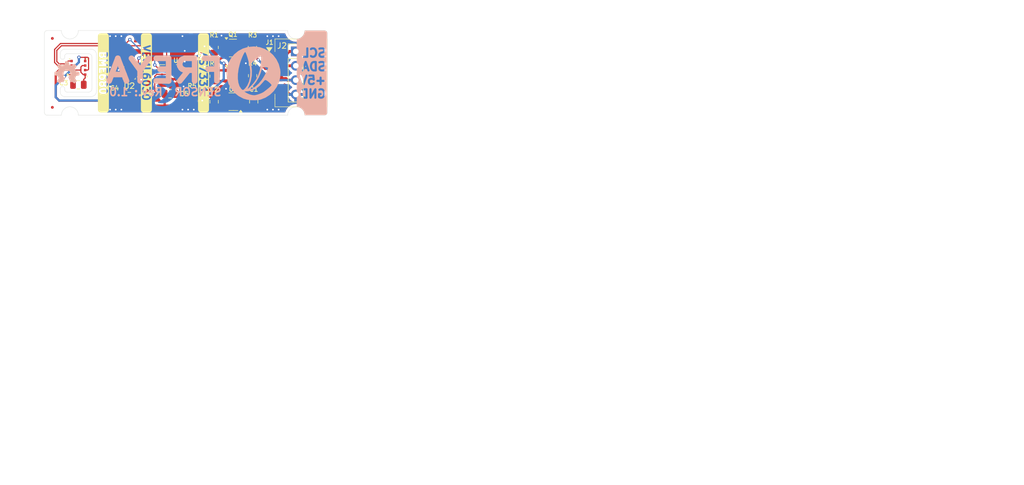
<source format=kicad_pcb>
(kicad_pcb (version 20240108) (generator "pcbnew") (generator_version "8.0")
  (layers (0 "F.Cu" signal) (31 "B.Cu" signal) (34 "B.Paste" user) (35 "F.Paste" user) (36 "B.SilkS" user "B.Silkscreen") (37 "F.SilkS" user "F.Silkscreen") (38 "B.Mask" user) (39 "F.Mask" user) (44 "Edge.Cuts" user))
  (net 0 "")
  (net 4 "Net-(U4-REXT)")
  (net 5 "SDA_5v")
  (net 6 "SCL_5v")
  (net 7 "GND")
  (net 8 "+5V")
  (net 9 "SCL")
  (net 10 "+3V3")
  (net 11 "SDA")
  (footprint "" (layer "F.Cu") (at 165.9 101.4)
    (property "Reference" "" (at 0 0 0) (layer "F.SilkS") (effects (font (size 1.27 1.27))))
    (property "Value" "")
    (pad "" smd circle (at 0 0) (size 0.5 0.5) (layers "F.Cu" "F.Mask") (clearance 0.5))
  )
  (footprint "Resistor_SMD:R_0805_2012Metric" (layer "F.Cu") (at 176.8 108 90)
    (property "Reference" "R4" (at 2.2 0 180) (layer "F.SilkS") (effects (font (size 0.8 0.8))))
    (property "Value" "10k")
    (pad "1" smd roundrect (at -0.9125 0 90) (size 1.025 1.4) (layers "F.Cu" "F.Paste" "F.Mask") (roundrect_rratio 0.243902) (net 8 "+5V"))
    (pad "2" smd roundrect (at 0.9125 0 90) (size 1.025 1.4) (layers "F.Cu" "F.Paste" "F.Mask") (roundrect_rratio 0.243902) (net 5 "SDA_5v"))
  )
  (footprint "Resistor_SMD:R_0805_2012Metric" (layer "F.Cu") (at 166.1 107.5 90)
    (property "Reference" "R5" (at -2.3 0 180) (layer "F.SilkS") (effects (font (size 0.8 0.8))))
    (property "Value" "3M3")
    (pad "1" smd roundrect (at -0.9125 0 90) (size 1.025 1.4) (layers "F.Cu" "F.Paste" "F.Mask") (roundrect_rratio 0.243902) (net 4 "Net-(U4-REXT)"))
    (pad "2" smd roundrect (at 0.9125 0 90) (size 1.025 1.4) (layers "F.Cu" "F.Paste" "F.Mask") (roundrect_rratio 0.243902) (net 7 "GND"))
  )
  (footprint "Capacitor_SMD:C_0805_2012Metric" (layer "F.Cu") (at 155 110.2)
    (property "Reference" "C4" (at -2.6 0 0) (layer "F.SilkS") (effects (font (size 0.8 0.8))))
    (property "Value" "100nF")
    (pad "1" smd roundrect (at -0.95 0) (size 1 1.45) (layers "F.Cu" "F.Paste" "F.Mask") (net 10 "+3V3"))
    (pad "2" smd roundrect (at 0.95 0) (size 1 1.45) (layers "F.Cu" "F.Paste" "F.Mask") (net 7 "GND"))
  )
  (footprint "Fiducial:Fiducial_0.5mm_Mask1.5mm" (layer "F.Cu") (at 141.4 101.4)
    (property "Reference" "REF**" (hide yes))
    (property "Value" "Fiducial_0.5mm_Mask1.5mm" (hide yes))
    (pad "" smd circle (at 0 0) (size 0.5 0.5) (layers "F.Cu" "F.Mask") (clearance 0.5))
  )
  (footprint "Resistor_SMD:R_0805_2012Metric" (layer "F.Cu") (at 170 103 -90)
    (property "Reference" "R1" (at -2.2 0 180) (layer "F.SilkS") (effects (font (size 0.8 0.8))))
    (property "Value" "10k")
    (pad "1" smd roundrect (at -0.9125 0 270) (size 1.025 1.4) (layers "F.Cu" "F.Paste" "F.Mask") (roundrect_rratio 0.243902) (net 10 "+3V3"))
    (pad "2" smd roundrect (at 0.9125 0 270) (size 1.025 1.4) (layers "F.Cu" "F.Paste" "F.Mask") (roundrect_rratio 0.243902) (net 9 "SCL"))
  )
  (footprint "Capacitor_SMD:C_0805_2012Metric" (layer "F.Cu") (at 146 109.6 180)
    (property "Reference" "C3" (at 2.6 0.3 0) (layer "F.SilkS") (effects (font (size 0.8 0.8))))
    (property "Value" "100nF")
    (pad "1" smd roundrect (at -0.95 0 180) (size 1 1.45) (layers "F.Cu" "F.Paste" "F.Mask") (net 10 "+3V3"))
    (pad "2" smd roundrect (at 0.95 0 180) (size 1 1.45) (layers "F.Cu" "F.Paste" "F.Mask") (net 7 "GND"))
  )
  (footprint "Package_TO_SOT_SMD:SOT-23-5" (layer "F.Cu") (at 173.4 112.6 180)
    (property "Reference" "U3" (at 0 2.2 0) (layer "F.SilkS") (effects (font (size 0.8 0.8))))
    (property "Value" "MIC5225-3.3YM5")
    (pad "1" smd roundrect (at -1.1375 -0.95 180) (size 1.325 0.6) (layers "F.Cu" "F.Paste" "F.Mask") (net 8 "+5V"))
    (pad "2" smd roundrect (at -1.1375 0 180) (size 1.325 0.6) (layers "F.Cu" "F.Paste" "F.Mask") (net 7 "GND"))
    (pad "3" smd roundrect (at -1.1375 0.95 180) (size 1.325 0.6) (layers "F.Cu" "F.Paste" "F.Mask") (net 8 "+5V"))
    (pad "4" smd roundrect (at 1.1375 0.95 180) (size 1.325 0.6) (layers "F.Cu" "F.Paste" "F.Mask"))
    (pad "5" smd roundrect (at 1.1375 -0.95 180) (size 1.325 0.6) (layers "F.Cu" "F.Paste" "F.Mask") (net 10 "+3V3"))
  )
  (footprint "Capacitor_SMD:C_0805_2012Metric" (layer "F.Cu") (at 177 112.6 -90)
    (property "Reference" "C1" (at -2.2 0 180) (layer "F.SilkS") (effects (font (size 0.8 0.8))))
    (property "Value" "10uF")
    (pad "1" smd roundrect (at -0.95 0 270) (size 1 1.45) (layers "F.Cu" "F.Paste" "F.Mask") (net 8 "+5V"))
    (pad "2" smd roundrect (at 0.95 0 270) (size 1 1.45) (layers "F.Cu" "F.Paste" "F.Mask") (net 7 "GND"))
  )
  (footprint "Connector_PinHeader_2.54mm:PinHeader_1x04_P2.54mm_Vertical" (layer "F.Cu") (at 184.425 103.7)
    (property "Reference" "J2" (at -2.425 -1 0) (layer "F.SilkS"))
    (property "Value" "wires")
    (pad "1" thru_hole rect (at 0 0) (size 1.7 1.7) (drill 1) (layers "*.Cu" "*.Mask") (net 6 "SCL_5v"))
    (pad "2" thru_hole oval (at 0 2.54) (size 1.7 1.7) (drill 1) (layers "*.Cu" "*.Mask") (net 5 "SDA_5v"))
    (pad "3" thru_hole oval (at 0 5.08) (size 1.7 1.7) (drill 1) (layers "*.Cu" "*.Mask") (net 8 "+5V"))
    (pad "4" thru_hole oval (at 0 7.62) (size 1.7 1.7) (drill 1) (layers "*.Cu" "*.Mask") (net 7 "GND"))
  )
  (footprint "Resistor_SMD:R_0805_2012Metric" (layer "F.Cu") (at 176.7625 103 90)
    (property "Reference" "R3" (at 2.1875 0.0375 180) (layer "F.SilkS") (effects (font (size 0.8 0.8))))
    (property "Value" "10k")
    (pad "1" smd roundrect (at -0.9125 0 90) (size 1.025 1.4) (layers "F.Cu" "F.Paste" "F.Mask") (roundrect_rratio 0.243902) (net 8 "+5V"))
    (pad "2" smd roundrect (at 0.9125 0 90) (size 1.025 1.4) (layers "F.Cu" "F.Paste" "F.Mask") (roundrect_rratio 0.243902) (net 6 "SCL_5v"))
  )
  (footprint "Resistor_SMD:R_0805_2012Metric" (layer "F.Cu") (at 170 108.0875 -90)
    (property "Reference" "R2" (at -2.2875 0 180) (layer "F.SilkS") (effects (font (size 0.8 0.8))))
    (property "Value" "10k")
    (pad "1" smd roundrect (at -0.9125 0 270) (size 1.025 1.4) (layers "F.Cu" "F.Paste" "F.Mask") (roundrect_rratio 0.243902) (net 10 "+3V3"))
    (pad "2" smd roundrect (at 0.9125 0 270) (size 1.025 1.4) (layers "F.Cu" "F.Paste" "F.Mask") (roundrect_rratio 0.243902) (net 11 "SDA"))
  )
  (footprint "Capacitor_SMD:C_0805_2012Metric" (layer "F.Cu") (at 162.2 111.2)
    (property "Reference" "C5" (at 2.5 0 0) (layer "F.SilkS") (effects (font (size 0.8 0.8))))
    (property "Value" "100nF")
    (pad "1" smd roundrect (at -0.95 0) (size 1 1.45) (layers "F.Cu" "F.Paste" "F.Mask") (net 10 "+3V3"))
    (pad "2" smd roundrect (at 0.95 0) (size 1 1.45) (layers "F.Cu" "F.Paste" "F.Mask") (net 7 "GND"))
  )
  (footprint "Package_TO_SOT_SMD:SOT-23" (layer "F.Cu") (at 173.4 108)
    (property "Reference" "Q2" (at 0 -2.2 0) (layer "F.SilkS") (effects (font (size 0.8 0.8))))
    (property "Value" "BS170")
    (pad "1" smd roundrect (at -0.9375 -0.95) (size 1.475 0.6) (layers "F.Cu" "F.Paste" "F.Mask") (net 10 "+3V3"))
    (pad "2" smd roundrect (at -0.9375 0.95) (size 1.475 0.6) (layers "F.Cu" "F.Paste" "F.Mask") (net 11 "SDA"))
    (pad "3" smd roundrect (at 0.9375 0) (size 1.475 0.6) (layers "F.Cu" "F.Paste" "F.Mask") (net 5 "SDA_5v"))
  )
  (footprint "" (layer "F.Cu") (at 141.4 113.6)
    (property "Reference" "" (at 0 0 0) (layer "F.SilkS") (effects (font (size 1.27 1.27))))
    (property "Value" "")
    (pad "" smd circle (at 0 0) (size 0.5 0.5) (layers "F.Cu" "F.Mask") (clearance 0.5))
  )
  (footprint "Capacitor_SMD:C_0805_2012Metric" (layer "F.Cu") (at 170 112.6 90)
    (property "Reference" "C2" (at 2.2 0 180) (layer "F.SilkS") (effects (font (size 0.8 0.8))))
    (property "Value" "10uF")
    (pad "1" smd roundrect (at -0.95 0 90) (size 1 1.45) (layers "F.Cu" "F.Paste" "F.Mask") (net 10 "+3V3"))
    (pad "2" smd roundrect (at 0.95 0 90) (size 1 1.45) (layers "F.Cu" "F.Paste" "F.Mask") (net 7 "GND"))
  )
  (footprint "Package_TO_SOT_SMD:SOT-23" (layer "F.Cu") (at 173.325 103.1)
    (property "Reference" "Q1" (at 0 -2.4 0) (layer "F.SilkS") (effects (font (size 0.8 0.8))))
    (property "Value" "BS170")
    (pad "1" smd roundrect (at -0.9375 -0.95) (size 1.475 0.6) (layers "F.Cu" "F.Paste" "F.Mask") (net 10 "+3V3"))
    (pad "2" smd roundrect (at -0.9375 0.95) (size 1.475 0.6) (layers "F.Cu" "F.Paste" "F.Mask") (net 9 "SCL"))
    (pad "3" smd roundrect (at 0.9375 0) (size 1.475 0.6) (layers "F.Cu" "F.Paste" "F.Mask") (net 6 "SCL_5v"))
  )
  (footprint "emcosys:BME680" (layer "F.Cu") (at 146 106.6 90)
    (property "Reference" "U1" (at 0 -2.6 180) (layer "F.SilkS") (effects (font (size 0.8 0.8))))
    (property "Value" "BME680")
    (pad "1" smd rect (at -1.2 -1.2 90) (size 0.43 0.43) (layers "F.Cu" "F.Paste" "F.Mask") (net 7 "GND"))
    (pad "2" smd rect (at -0.4 -1.2 90) (size 0.43 0.43) (layers "F.Cu" "F.Paste" "F.Mask") (net 10 "+3V3"))
    (pad "3" smd rect (at 0.4 -1.2 90) (size 0.43 0.43) (layers "F.Cu" "F.Paste" "F.Mask") (net 11 "SDA"))
    (pad "4" smd rect (at 1.2 -1.2 90) (size 0.43 0.43) (layers "F.Cu" "F.Paste" "F.Mask") (net 9 "SCL"))
    (pad "5" smd rect (at 1.2 1.2 90) (size 0.43 0.43) (layers "F.Cu" "F.Paste" "F.Mask") (net 7 "GND"))
    (pad "6" smd rect (at 0.4 1.2 90) (size 0.43 0.43) (layers "F.Cu" "F.Paste" "F.Mask") (net 10 "+3V3"))
    (pad "7" smd rect (at -0.4 1.2 90) (size 0.43 0.43) (layers "F.Cu" "F.Paste" "F.Mask") (net 7 "GND"))
    (pad "8" smd rect (at -1.2 1.2 90) (size 0.43 0.43) (layers "F.Cu" "F.Paste" "F.Mask") (net 10 "+3V3"))
  )
  (footprint "emcosys:VEML6030" (layer "F.Cu") (at 155 107.5 90)
    (property "Reference" "U2" (at -2.3 0 180) (layer "F.SilkS"))
    (property "Value" "VEML6030")
    (pad "1" smd rect (at -0.65 0.875 90) (size 0.3 0.55) (layers "F.Cu" "F.Paste" "F.Mask") (net 7 "GND"))
    (pad "2" smd rect (at 0 0.875 90) (size 0.3 0.55) (layers "F.Cu" "F.Paste" "F.Mask") (net 11 "SDA"))
    (pad "3" smd rect (at 0.65 0.875 90) (size 0.3 0.55) (layers "F.Cu" "F.Paste" "F.Mask"))
    (pad "4" smd rect (at 0.65 -0.875 90) (size 0.3 0.55) (layers "F.Cu" "F.Paste" "F.Mask") (net 7 "GND"))
    (pad "5" smd rect (at 0 -0.875 90) (size 0.3 0.55) (layers "F.Cu" "F.Paste" "F.Mask") (net 9 "SCL"))
    (pad "6" smd rect (at -0.65 -0.875 90) (size 0.3 0.55) (layers "F.Cu" "F.Paste" "F.Mask") (net 10 "+3V3"))
  )
  (footprint "emcosys:Osram_AS7331" (layer "F.Cu") (at 162.3 107.5 180)
    (property "Reference" "U4" (at -1.3 2.2 0) (layer "F.SilkS") (effects (font (size 0.8 0.8))))
    (property "Value" "AS7331")
    (pad "1" smd rect (at -1.525 0.7 270) (size 0.3 0.3) (layers "F.Cu" "F.Paste" "F.Mask") (net 7 "GND"))
    (pad "2" smd rect (at -1.525 0.25 270) (size 0.3 0.3) (layers "F.Cu" "F.Paste" "F.Mask") (net 7 "GND"))
    (pad "3" smd rect (at -1.525 -0.25 270) (size 0.3 0.3) (layers "F.Cu" "F.Paste" "F.Mask") (net 10 "+3V3"))
    (pad "4" smd rect (at -1.525 -0.7 270) (size 0.3 0.3) (layers "F.Cu" "F.Paste" "F.Mask") (net 4 "Net-(U4-REXT)"))
    (pad "5" smd rect (at -0.7 -1.05 180) (size 0.3 0.3) (layers "F.Cu" "F.Paste" "F.Mask") (net 7 "GND"))
    (pad "6" smd rect (at -0.25 -1.05 180) (size 0.3 0.3) (layers "F.Cu" "F.Paste" "F.Mask") (net 7 "GND"))
    (pad "7" smd rect (at 0.25 -1.05 180) (size 0.3 0.3) (layers "F.Cu" "F.Paste" "F.Mask") (net 7 "GND"))
    (pad "8" smd rect (at 0.7 -1.05 180) (size 0.3 0.3) (layers "F.Cu" "F.Paste" "F.Mask") (net 7 "GND"))
    (pad "9" smd rect (at 1.525 -0.7 270) (size 0.3 0.3) (layers "F.Cu" "F.Paste" "F.Mask"))
    (pad "10" smd rect (at 1.525 -0.25 270) (size 0.3 0.3) (layers "F.Cu" "F.Paste" "F.Mask") (net 10 "+3V3"))
    (pad "11" smd rect (at 1.525 0.25 270) (size 0.3 0.3) (layers "F.Cu" "F.Paste" "F.Mask") (net 7 "GND"))
    (pad "12" smd rect (at 1.525 0.7 270) (size 0.3 0.3) (layers "F.Cu" "F.Paste" "F.Mask") (net 11 "SDA"))
    (pad "13" smd rect (at 0.7 1.05 180) (size 0.3 0.3) (layers "F.Cu" "F.Paste" "F.Mask") (net 9 "SCL"))
    (pad "14" smd rect (at 0.25 1.05 180) (size 0.3 0.3) (layers "F.Cu" "F.Paste" "F.Mask") (net 7 "GND"))
    (pad "15" smd rect (at -0.25 1.05 180) (size 0.3 0.3) (layers "F.Cu" "F.Paste" "F.Mask") (net 7 "GND"))
    (pad "16" smd rect (at -0.7 1.05 180) (size 0.3 0.3) (layers "F.Cu" "F.Paste" "F.Mask") (net 7 "GND"))
  )
  (footprint "emcosys:Grove_SMD_right_angle" (layer "F.Cu") (at 188.5 107.5)
    (property "Reference" "J1" (at -8.7 -5.4 0) (layer "F.SilkS") (effects (font (size 0.8 0.8) (thickness 0.15) (bold yes))))
    (property "Value" "Grove")
    (pad "1" smd rect (at -8 -3) (size 3.4 1) (layers "F.Cu" "F.Paste" "F.Mask") (net 6 "SCL_5v"))
    (pad "2" smd roundrect (at -8 -1) (size 3.4 1) (layers "F.Cu" "F.Paste" "F.Mask") (net 5 "SDA_5v"))
    (pad "3" smd roundrect (at -8 1) (size 3.4 1) (layers "F.Cu" "F.Paste" "F.Mask") (net 8 "+5V"))
    (pad "4" smd roundrect (at -8 3) (size 3.4 1) (layers "F.Cu" "F.Paste" "F.Mask") (net 7 "GND"))
    (pad "5" smd rect (at -0.5 -5.3) (size 3.6 1.5) (layers "F.Cu" "F.Paste" "F.Mask") (net 7 "GND"))
    (pad "5" smd rect (at -0.5 5.3) (size 3.6 1.5) (layers "F.Cu" "F.Paste" "F.Mask") (net 7 "GND"))
  )
  (footprint "emcosys:freyaflower_10mm" (layer "B.Cu") (at 176.9 107.5 180)
    (property "Reference" "G***" (hide yes))
    (property "Value" "LOGO" (hide yes))
  )
  (footprint "LOGO" (layer "B.Cu") (at 144 107.4 180)
    (property "Reference" "G***" (hide yes))
    (property "Value" "LOGO" (hide yes))
  )
  (footprint "emcosys:SpuQ_5mm_copper" (layer "B.Cu") (at 160.8 110.4 90)
    (property "Reference" "G***" (hide yes))
    (property "Value" "LOGO" (hide yes))
    (fp_poly (pts (xy 0.40754 2.458362) (xy 0.85419 2.33569) (xy 1.279237 2.124915) (xy 1.671263 1.82604) (xy 1.750205 1.750205) (xy 2.072836 1.36199) (xy 2.304454 0.938106) (xy 2.443789 0.486553) (xy 2.489569 0.015328) (xy 2.440527 -0.46757) (xy 2.295392 -0.954143) (xy 2.210277 -1.147741) (xy 2.065481 -1.382336) (xy 1.858155 -1.633727) (xy 1.6154 -1.874813) (xy 1.364318 -2.078492) (xy 1.147741 -2.210277) (xy 0.777984 -2.357505) (xy 0.39537 -2.455705) (xy 0.040078 -2.494811) (xy 0.011104 -2.495088) (xy -0.142089 -2.492311) (xy -0.216625 -2.47711) (xy -0.233627 -2.439183) (xy -0.219095 -2.382809) (xy -0.199572 -2.268986) (xy -0.190772 -2.102487) (xy -0.191882 -2.00062) (xy -0.182849 -1.810747) (xy -0.147796 -1.619997) (xy -0.094752 -1.453884) (xy -0.031744 -1.337922) (xy 0.029382 -1.297446) (xy 0.089808 -1.306142) (xy 0.185082 -1.336578) (xy 0.332685 -1.395281) (xy 0.550099 -1.488774) (xy 0.596267 -1.50904) (xy 0.846898 -1.581108) (xy 0.991174 -1.578637) (xy 1.148502 -1.539191) (xy 1.219387 -1.477334) (xy 1.216918 -1.378032) (xy 1.202683 -1.335654) (xy 1.175063 -1.220963) (xy 1.215343 -1.16422) (xy 1.337679 -1.147837) (xy 1.353928 -1.147741) (xy 1.478997 -1.114315) (xy 1.620119 -1.030282) (xy 1.747221 -0.920003) (xy 1.830229 -0.807841) (xy 1.846365 -0.748811) (xy 1.803777 -0.67611) (xy 1.680944 -0.56219) (xy 1.485268 -0.413571) (xy 1.392078 -0.348482) (xy 1.134673 -0.159145) (xy 0.958022 0.005027) (xy 0.850972 0.157772) (xy 0.802371 0.312834) (xy 0.796634 0.385136) (xy 0.754214 0.502549) (xy 0.643748 0.645137) (xy 0.484542 0.789805) (xy 0.416878 0.839421) (xy 0.315254 0.920817) (xy 0.282672 0.997642) (xy 0.299753 1.110018) (xy 0.349967 1.260865) (xy 0.424583 1.431537) (xy 0.44427 1.470178) (xy 0.517372 1.628703) (xy 0.549164 1.743451) (xy 0.534763 1.795285) (xy 0.527497 1.796464) (xy 0.472674 1.769722) (xy 0.358146 1.699071) (xy 0.205236 1.598869) (xy 0.035266 1.483477) (xy -0.130442 1.367254) (xy -0.270564 1.264559) (xy -0.324362 1.222777) (xy -0.498013 1.099494) (xy -0.690992 0.984542) (xy -0.748527 0.95521) (xy -0.899208 0.870256) (xy -1.088101 0.746135) (xy -1.277131 0.60803) (xy -1.297446 0.592162) (xy -1.452121 0.461589) (xy -1.584169 0.325733) (xy -1.712169 0.161629) (xy -1.854697 -0.053686) (xy -1.963292 -0.230918) (xy -2.091992 -0.438214) (xy -2.204883 -0.607674) (xy -2.291376 -0.7243) (xy -2.340884 -0.773091) (xy -2.345992 -0.773101) (xy -2.379195 -0.713358) (xy -2.418914 -0.588517) (xy -2.441148 -0.496112) (xy -2.493765 -0.019947) (xy -2.450435 0.4514) (xy -2.314774 0.906174) (xy -2.090396 1.332622) (xy -1.780917 1.71899) (xy -1.750205 1.750205) (xy -1.366777 2.068039) (xy -0.947872 2.297772) (xy -0.504907 2.439404) (xy -0.049297 2.492934) (xy 0.40754 2.458362)) (stroke (width 0.01)) (fill solid) (layer "B.Cu"))
  )
  (gr_arc (start 190 114.5) (mid 189.853553 114.853553) (end 189.5 115) (stroke (width 0.05)) (layer "Edge.Cuts"))
  (gr_line (start 143.6 103.3) (end 148.2 103.3) (stroke (width 0.05)) (layer "Edge.Cuts"))
  (gr_arc (start 189.5 100) (mid 189.853553 100.146447) (end 190 100.5) (stroke (width 0.05)) (layer "Edge.Cuts"))
  (gr_line (start 140.5 100) (end 143 100) (stroke (width 0.05)) (layer "Edge.Cuts"))
  (gr_line (start 143.6 111.7) (end 148.2 111.7) (stroke (width 0.05)) (layer "Edge.Cuts"))
  (gr_arc (start 143.6 111.7) (mid 143.034315 111.465685) (end 142.8 110.9) (stroke (width 0.05)) (layer "Edge.Cuts"))
  (gr_line (start 146 100) (end 183 100) (stroke (width 0.05)) (layer "Edge.Cuts"))
  (gr_line (start 144 110.9) (end 147.8 110.9) (stroke (width 0.05)) (layer "Edge.Cuts"))
  (gr_arc (start 148.2 103.300001) (mid 148.914426 103.585574) (end 149.199999 104.3) (stroke (width 0.05)) (layer "Edge.Cuts"))
  (gr_arc (start 140 100.5) (mid 140.146447 100.146447) (end 140.5 100) (stroke (width 0.05)) (layer "Edge.Cuts"))
  (gr_arc (start 183 115) (mid 184.5 113.5) (end 186 115) (stroke (width 0.05)) (layer "Edge.Cuts"))
  (gr_line (start 186 100) (end 189.5 100) (stroke (width 0.05)) (layer "Edge.Cuts"))
  (gr_arc (start 142.8 110.3) (mid 143.2 109.9) (end 143.6 110.3) (stroke (width 0.05)) (layer "Edge.Cuts"))
  (gr_arc (start 140.5 115) (mid 140.146447 114.853553) (end 140 114.5) (stroke (width 0.05)) (layer "Edge.Cuts"))
  (gr_line (start 189.5 115) (end 186 115) (stroke (width 0.05)) (layer "Edge.Cuts"))
  (gr_line (start 190 100.5) (end 190 114.5) (stroke (width 0.05)) (layer "Edge.Cuts"))
  (gr_line (start 183 115) (end 146 115) (stroke (width 0.05)) (layer "Edge.Cuts"))
  (gr_arc (start 143.6 104.7) (mid 143.2 105.1) (end 142.8 104.7) (stroke (width 0.05)) (layer "Edge.Cuts"))
  (gr_line (start 140 114.5) (end 140 100.5) (stroke (width 0.05)) (layer "Edge.Cuts"))
  (gr_line (start 143.6 110.3) (end 143.6 110.5) (stroke (width 0.05)) (layer "Edge.Cuts"))
  (gr_line (start 142.8 110.3) (end 142.8 110.9) (stroke (width 0.05)) (layer "Edge.Cuts"))
  (gr_line (start 148.4 110.3) (end 148.4 104.7) (stroke (width 0.05)) (layer "Edge.Cuts"))
  (gr_arc (start 143 115) (mid 144.5 113.5) (end 146 115) (stroke (width 0.05)) (layer "Edge.Cuts"))
  (gr_line (start 149.2 110.7) (end 149.2 104.3) (stroke (width 0.05)) (layer "Edge.Cuts"))
  (gr_arc (start 148.4 110.3) (mid 148.224264 110.724264) (end 147.8 110.9) (stroke (width 0.05)) (layer "Edge.Cuts"))
  (gr_arc (start 146 100) (mid 144.5 101.5) (end 143 100) (stroke (width 0.05)) (layer "Edge.Cuts"))
  (gr_line (start 143.6 104.7) (end 143.6 104.5) (stroke (width 0.05)) (layer "Edge.Cuts"))
  (gr_arc (start 149.199999 110.7) (mid 148.914426 111.414426) (end 148.2 111.699999) (stroke (width 0.05)) (layer "Edge.Cuts"))
  (gr_arc (start 142.8 104.1) (mid 143.034315 103.534315) (end 143.6 103.3) (stroke (width 0.05)) (layer "Edge.Cuts"))
  (gr_arc (start 147.8 104.1) (mid 148.224264 104.275736) (end 148.4 104.7) (stroke (width 0.05)) (layer "Edge.Cuts"))
  (gr_arc (start 143.6 104.5) (mid 143.717157 104.217157) (end 144 104.1) (stroke (width 0.05)) (layer "Edge.Cuts"))
  (gr_line (start 144 104.1) (end 147.8 104.1) (stroke (width 0.05)) (layer "Edge.Cuts"))
  (gr_arc (start 186 100) (mid 184.5 101.5) (end 183 100) (stroke (width 0.05)) (layer "Edge.Cuts"))
  (gr_line (start 142.8 104.7) (end 142.8 104.1) (stroke (width 0.05)) (layer "Edge.Cuts"))
  (gr_arc (start 144 110.9) (mid 143.717157 110.782843) (end 143.6 110.5) (stroke (width 0.05)) (layer "Edge.Cuts"))
  (gr_line (start 143 115) (end 140.5 115) (stroke (width 0.05)) (layer "Edge.Cuts"))
  (gr_text "SENSOR  Rev.: 1.0" (at 171.45 111.712615 0) (layer "B.SilkS") (effects (font (size 1.4 1.4) (thickness 0.28) (bold yes)) (justify left bottom mirror)))
  (gr_text "SCL\nSDA\n+5V\nGND" (at 190 112.1 0) (layer "B.SilkS" knockout) (effects (font (size 1.5 1.5) (thickness 0.375) (bold yes)) (justify left bottom mirror)))
  (gr_text "FREYA" (at 172.25 109.462615 0) (layer "B.SilkS") (effects (font (size 4 4.6) (thickness 1) (bold yes)) (justify left bottom mirror)))
  (gr_text "BME680" (at 149.6 107.5 270) (layer "F.SilkS" knockout) (effects (font (size 1.3 1.3) (thickness 0.3) (bold yes)) (justify bottom)))
  (gr_text "AS7331" (at 167.3 107.5 270) (layer "F.SilkS" knockout) (effects (font (size 1.3 1.3) (thickness 0.3) (bold yes)) (justify bottom)))
  (gr_text "VEML6030" (at 157.2 107.5 270) (layer "F.SilkS" knockout) (effects (font (size 1.3 1.3) (thickness 0.3) (bold yes)) (justify bottom)))
  (segment (start 165.0125 108.4125) (end 166.1 108.4125) (width 0.2) (layer "F.Cu") (net 4))
  (segment (start 163.825 108.2) (end 164.8 108.2) (width 0.2) (layer "F.Cu") (net 4))
  (segment (start 164.8 108.2) (end 165.0125 108.4125) (width 0.2) (layer "F.Cu") (net 4))
  (segment (start 174.3375 108) (end 175.2 108) (width 0.4) (layer "F.Cu") (net 5))
  (segment (start 176.1125 107.0875) (end 176.8 107.0875) (width 0.4) (layer "F.Cu") (net 5))
  (segment (start 177.7125 107.0875) (end 178.3 106.5) (width 0.4) (layer "F.Cu") (net 5))
  (segment (start 182.7 106.5) (end 182.96 106.24) (width 0.5) (layer "F.Cu") (net 5))
  (segment (start 182.96 106.24) (end 184.425 106.24) (width 0.5) (layer "F.Cu") (net 5))
  (segment (start 180.5 106.5) (end 182.7 106.5) (width 0.5) (layer "F.Cu") (net 5))
  (segment (start 176.8 107.0875) (end 177.7125 107.0875) (width 0.4) (layer "F.Cu") (net 5))
  (segment (start 178.3 106.5) (end 180.5 106.5) (width 0.4) (layer "F.Cu") (net 5))
  (segment (start 175.2 108) (end 176.1125 107.0875) (width 0.4) (layer "F.Cu") (net 5))
  (segment (start 178.2 102.6) (end 178.2 104.2) (width 0.4) (layer "F.Cu") (net 6))
  (segment (start 178.2 104.2) (end 178.5 104.5) (width 0.4) (layer "F.Cu") (net 6))
  (segment (start 176.7625 102.0875) (end 177.6875 102.0875) (width 0.4) (layer "F.Cu") (net 6))
  (segment (start 176.1125 102.0875) (end 176.7625 102.0875) (width 0.4) (layer "F.Cu") (net 6))
  (segment (start 177.6875 102.0875) (end 178.2 102.6) (width 0.4) (layer "F.Cu") (net 6))
  (segment (start 182.5 104.5) (end 183.3 103.7) (width 0.5) (layer "F.Cu") (net 6))
  (segment (start 178.5 104.5) (end 180.5 104.5) (width 0.4) (layer "F.Cu") (net 6))
  (segment (start 183.3 103.7) (end 184.425 103.7) (width 0.5) (layer "F.Cu") (net 6))
  (segment (start 174.2625 103.1) (end 175.1 103.1) (width 0.4) (layer "F.Cu") (net 6))
  (segment (start 180.5 104.5) (end 182.5 104.5) (width 0.5) (layer "F.Cu") (net 6))
  (segment (start 175.1 103.1) (end 176.1125 102.0875) (width 0.4) (layer "F.Cu") (net 6))
  (segment (start 147.65 104.75) (end 147.35 104.75) (width 0.2) (layer "F.Cu") (net 7))
  (segment (start 182.5 110.5) (end 183.32 111.32) (width 0.5) (layer "F.Cu") (net 7))
  (segment (start 145.05 108.8) (end 144.8 108.55) (width 0.2) (layer "F.Cu") (net 7))
  (segment (start 175.8 113) (end 175.8 113.4) (width 0.4) (layer "F.Cu") (net 7))
  (segment (start 147.8 104.9) (end 147.65 104.75) (width 0.2) (layer "F.Cu") (net 7))
  (segment (start 175.8 113.4) (end 175.95 113.55) (width 0.4) (layer "F.Cu") (net 7))
  (segment (start 162.55 106.45) (end 163 106.45) (width 0.2) (layer "F.Cu") (net 7))
  (segment (start 147.3 104.75) (end 147.35 104.75) (width 0.2) (layer "F.Cu") (net 7))
  (segment (start 147.2 104.85) (end 147.2 105.4) (width 0.2) (layer "F.Cu") (net 7))
  (segment (start 162.05 108.55) (end 162.55 108.55) (width 0.2) (layer "F.Cu") (net 7))
  (segment (start 180.5 110.5) (end 182.5 110.5) (width 0.5) (layer "F.Cu") (net 7))
  (segment (start 161.85 107.25) (end 162.05 107.05) (width 0.2) (layer "F.Cu") (net 7))
  (segment (start 175.95 113.55) (end 177 113.55) (width 0.4) (layer "F.Cu") (net 7))
  (segment (start 160.775 107.25) (end 161.85 107.25) (width 0.2) (layer "F.Cu") (net 7))
  (segment (start 147.35 104.75) (end 147.1 104.75) (width 0.2) (layer "F.Cu") (net 7))
  (segment (start 145.05 109.6) (end 145.05 108.8) (width 0.2) (layer "F.Cu") (net 7))
  (segment (start 162.25 107.25) (end 162.05 107.05) (width 0.2) (layer "F.Cu") (net 7))
  (segment (start 162.05 106.45) (end 162.55 106.45) (width 0.2) (layer "F.Cu") (net 7))
  (segment (start 163.825 107.25) (end 162.25 107.25) (width 0.2) (layer "F.Cu") (net 7))
  (segment (start 144.8 108.55) (end 144.8 107.8) (width 0.2) (layer "F.Cu") (net 7))
  (segment (start 183.32 111.32) (end 184.425 111.32) (width 0.5) (layer "F.Cu") (net 7))
  (segment (start 161.6 108.55) (end 162.05 108.55) (width 0.2) (layer "F.Cu") (net 7))
  (segment (start 162.05 107.05) (end 162.05 106.45) (width 0.2) (layer "F.Cu") (net 7))
  (segment (start 147.2 107) (end 147.65 107) (width 0.2) (layer "F.Cu") (net 7))
  (segment (start 146.1 104.75) (end 147.1 104.75) (width 0.2) (layer "F.Cu") (net 7))
  (segment (start 143.85 107.8) (end 143.5 108.15) (width 0.2) (layer "F.Cu") (net 7))
  (segment (start 147.8 106.85) (end 147.8 104.9) (width 0.2) (layer "F.Cu") (net 7))
  (segment (start 144.8 107.8) (end 143.85 107.8) (width 0.2) (layer "F.Cu") (net 7))
  (segment (start 147.65 107) (end 147.8 106.85) (width 0.2) (layer "F.Cu") (net 7))
  (segment (start 163.825 106.8) (end 163.825 107.25) (width 0.2) (layer "F.Cu") (net 7))
  (segment (start 162.55 108.55) (end 163 108.55) (width 0.2) (layer "F.Cu") (net 7))
  (segment (start 175.4 112.6) (end 175.8 113) (width 0.4) (layer "F.Cu") (net 7))
  (segment (start 174.5375 112.6) (end 175.4 112.6) (width 0.4) (layer "F.Cu") (net 7))
  (segment (start 147.1 104.75) (end 147.2 104.85) (width 0.2) (layer "F.Cu") (net 7))
  (segment (start 147.2 104.85) (end 147.3 104.75) (width 0.2) (layer "F.Cu") (net 7))
  (via (at 164.6 109.9) (size 0.6) (drill 0.3) (layers "F.Cu" "B.Cu") (net 7))
  (via (at 171.3 100.9) (size 0.6) (drill 0.3) (layers "F.Cu" "B.Cu") (net 7))
  (via (at 175.6 105.8) (size 0.6) (drill 0.3) (layers "F.Cu" "B.Cu") (net 7))
  (via (at 153.6 101) (size 0.6) (drill 0.3) (layers "F.Cu" "B.Cu") (net 7))
  (via (at 179.4 114) (size 0.6) (drill 0.3) (layers "F.Cu" "B.Cu") (net 7))
  (via (at 179.4 101) (size 0.6) (drill 0.3) (layers "F.Cu" "B.Cu") (net 7))
  (via (at 152.6 101) (size 0.6) (drill 0.3) (layers "F.Cu" "B.Cu") (net 7))
  (via (at 146.1 104.75) (size 0.6) (drill 0.3) (layers "F.Cu" "B.Cu") (net 7))
  (via (at 151.6 109.9) (size 0.6) (drill 0.3) (layers "F.Cu" "B.Cu") (net 7))
  (via (at 151.6 114) (size 0.6) (drill 0.3) (layers "F.Cu" "B.Cu") (net 7))
  (via (at 164.4 114) (size 0.6) (drill 0.3) (layers "F.Cu" "B.Cu") (net 7))
  (via (at 172.1 110.3) (size 0.6) (drill 0.3) (layers "F.Cu" "B.Cu") (net 7))
  (via (at 181.4 114) (size 0.6) (drill 0.3) (layers "F.Cu" "B.Cu") (net 7))
  (via (at 180.4 101) (size 0.6) (drill 0.3) (layers "F.Cu" "B.Cu") (net 7))
  (via (at 153.1 107) (size 0.6) (drill 0.3) (layers "F.Cu" "B.Cu") (net 7))
  (via (at 168.3 106.4) (size 0.6) (drill 0.3) (layers "F.Cu" "B.Cu") (net 7))
  (via (at 151.6 101) (size 0.6) (drill 0.3) (layers "F.Cu" "B.Cu") (net 7))
  (via (at 143.5 108.15) (size 0.6) (drill 0.3) (layers "F.Cu" "B.Cu") (net 7))
  (via (at 153.6 114) (size 0.6) (drill 0.3) (layers "F.Cu" "B.Cu") (net 7))
  (via (at 157.1 108.7) (size 0.6) (drill 0.3) (layers "F.Cu" "B.Cu") (net 7))
  (via (at 152.6 114) (size 0.6) (drill 0.3) (layers "F.Cu" "B.Cu") (net 7))
  (via (at 166.4 114) (size 0.6) (drill 0.3) (layers "F.Cu" "B.Cu") (net 7))
  (via (at 165.4 114) (size 0.6) (drill 0.3) (layers "F.Cu" "B.Cu") (net 7))
  (via (at 151.6 106.5) (size 0.6) (drill 0.3) (layers "F.Cu" "B.Cu") (net 7))
  (via (at 164.8 103.6) (size 0.6) (drill 0.3) (layers "F.Cu" "B.Cu") (net 7))
  (via (at 181.4 101) (size 0.6) (drill 0.3) (layers "F.Cu" "B.Cu") (net 7))
  (via (at 164.8 105.5) (size 0.6) (drill 0.3) (layers "F.Cu" "B.Cu") (net 7))
  (via (at 164.4 101) (size 0.6) (drill 0.3) (layers "F.Cu" "B.Cu") (net 7))
  (via (at 180.4 114) (size 0.6) (drill 0.3) (layers "F.Cu" "B.Cu") (net 7))
  (segment (start 144 107.7) (end 142 109.7) (width 0.4) (layer "B.Cu") (net 7))
  (segment (start 142 109.7) (end 142 110) (width 0.4) (layer "B.Cu") (net 7))
  (segment (start 142.6 112.4) (end 152.2 112.4) (width 0.4) (layer "B.Cu") (net 7))
  (segment (start 146.1 105.6) (end 146.1 104.75) (width 0.4) (layer "B.Cu") (net 7))
  (segment (start 144 107.7) (end 146.1 105.6) (width 0.4) (layer "B.Cu") (net 7))
  (segment (start 142 110) (end 142 111.8) (width 0.4) (layer "B.Cu") (net 7))
  (segment (start 142 111.8) (end 142.6 112.4) (width 0.4) (layer "B.Cu") (net 7))
  (segment (start 173.4 113) (end 173.4 112) (width 0.2) (layer "F.Cu") (net 8))
  (segment (start 176.8 110.4) (end 177 110.6) (width 0.5) (layer "F.Cu") (net 8))
  (segment (start 173.4 112) (end 173.75 111.65) (width 0.2) (layer "F.Cu") (net 8))
  (segment (start 177 110.6) (end 177 111.65) (width 0.5) (layer "F.Cu") (net 8))
  (segment (start 173.75 111.65) (end 174.5375 111.65) (width 0.2) (layer "F.Cu") (net 8))
  (segment (start 176.7625 103.9125) (end 176.7625 104.1625) (width 0.4) (layer "F.Cu") (net 8))
  (segment (start 173.95 113.55) (end 173.4 113) (width 0.2) (layer "F.Cu") (net 8))
  (segment (start 182.7 108.5) (end 183 108.8) (width 0.5) (layer "F.Cu") (net 8))
  (segment (start 177 111.65) (end 174.5375 111.65) (width 0.5) (layer "F.Cu") (net 8))
  (segment (start 180.5 108.5) (end 178.5 108.5) (width 0.5) (layer "F.Cu") (net 8))
  (segment (start 178.0875 108.9125) (end 176.8 108.9125) (width 0.5) (layer "F.Cu") (net 8))
  (segment (start 183.02 108.78) (end 184.425 108.78) (width 0.5) (layer "F.Cu") (net 8))
  (segment (start 176.8 108.9125) (end 176.8 110.4) (width 0.5) (layer "F.Cu") (net 8))
  (segment (start 183 108.8) (end 183.02 108.78) (width 0.5) (layer "F.Cu") (net 8))
  (segment (start 176.7625 104.1625) (end 177.8 105.2) (width 0.4) (layer "F.Cu") (net 8))
  (segment (start 174.5375 113.55) (end 173.95 113.55) (width 0.2) (layer "F.Cu") (net 8))
  (segment (start 180.5 108.5) (end 182.7 108.5) (width 0.5) (layer "F.Cu") (net 8))
  (segment (start 178.5 108.5) (end 178.0875 108.9125) (width 0.5) (layer "F.Cu") (net 8))
  (via (at 177.8 105.2) (size 0.5) (drill 0.3) (layers "F.Cu" "B.Cu") (net 8))
  (segment (start 177.8 105.2) (end 181.38 108.78) (width 0.4) (layer "B.Cu") (net 8))
  (segment (start 181.38 108.78) (end 184.425 108.78) (width 0.4) (layer "B.Cu") (net 8))
  (segment (start 142.188226 103.51581) (end 143.004036 102.7) (width 0.2) (layer "F.Cu") (net 9))
  (segment (start 161.6 106.45) (end 161.6 102.7) (width 0.2) (layer "F.Cu") (net 9))
  (segment (start 154.125 107.5) (end 154.6 107.5) (width 0.2) (layer "F.Cu") (net 9))
  (segment (start 154.6 107.5) (end 155 107.1) (width 0.2) (layer "F.Cu") (net 9))
  (segment (start 144.8 105.4) (end 144.2 105.4) (width 0.2) (layer "F.Cu") (net 9))
  (segment (start 144.2 105.4) (end 143.7 105.9) (width 0.2) (layer "F.Cu") (net 9))
  (segment (start 143.7 105.9) (end 142.6 105.9) (width 0.2) (layer "F.Cu") (net 9))
  (segment (start 172.3875 104.05) (end 170.1375 104.05) (width 0.4) (layer "F.Cu") (net 9))
  (segment (start 155 107.1) (end 155 102.7) (width 0.2) (layer "F.Cu") (net 9))
  (segment (start 155 102.7) (end 161.6 102.7) (width 0.2) (layer "F.Cu") (net 9))
  (segment (start 161.6 102.7) (end 166.5 102.7) (width 0.2) (layer "F.Cu") (net 9))
  (segment (start 166.5 102.7) (end 167.7125 103.9125) (width 0.2) (layer "F.Cu") (net 9))
  (segment (start 167.7125 103.9125) (end 170 103.9125) (width 0.2) (layer "F.Cu") (net 9))
  (segment (start 142.188226 105.488226) (end 142.188226 103.51581) (width 0.2) (layer "F.Cu") (net 9))
  (segment (start 142.6 105.9) (end 142.188226 105.488226) (width 0.2) (layer "F.Cu") (net 9))
  (segment (start 170.1375 104.05) (end 170 103.9125) (width 0.4) (layer "F.Cu") (net 9))
  (segment (start 143.004036 102.7) (end 155 102.7) (width 0.2) (layer "F.Cu") (net 9))
  (segment (start 142.605099 112.405099) (end 142 111.8) (width 0.4) (layer "F.Cu") (net 10))
  (segment (start 160.775 107.75) (end 163.825 107.75) (width 0.2) (layer "F.Cu") (net 10))
  (segment (start 146.85 107.8) (end 147.2 107.8) (width 0.2) (layer "F.Cu") (net 10))
  (segment (start 170 102.0875) (end 169.0125 102.0875) (width 0.4) (layer "F.Cu") (net 10))
  (segment (start 146.45 106.85) (end 146.45 106.95) (width 0.2) (layer "F.Cu") (net 10))
  (segment (start 146.7 106.2) (end 146.45 106.45) (width 0.2) (layer "F.Cu") (net 10))
  (segment (start 172.4625 107.05) (end 172.4625 106.5625) (width 0.4) (layer "F.Cu") (net 10))
  (segment (start 161.25 113.25) (end 161.25 111.2) (width 0.4) (layer "F.Cu") (net 10))
  (segment (start 167.9 112.4) (end 167.9 113.2) (width 0.4) (layer "F.Cu") (net 10))
  (segment (start 146.95 108.65) (end 147.2 108.4) (width 0.2) (layer "F.Cu") (net 10))
  (segment (start 169.0125 102.0875) (end 168.3 102.8) (width 0.4) (layer "F.Cu") (net 10))
  (segment (start 161.2 113.3) (end 161.25 113.25) (width 0.4) (layer "F.Cu") (net 10))
  (segment (start 147.2 106.2) (end 146.7 106.2) (width 0.2) (layer "F.Cu") (net 10))
  (segment (start 146.3 107) (end 146.45 107.15) (width 0.2) (layer "F.Cu") (net 10))
  (segment (start 144.8 107) (end 142.6 107) (width 0.2) (layer "F.Cu") (net 10))
  (segment (start 142 107.6) (end 142.6 107) (width 0.4) (layer "F.Cu") (net 10))
  (segment (start 146.45 106.95) (end 146.45 107.15) (width 0.2) (layer "F.Cu") (net 10))
  (segment (start 154.05 112.35) (end 154 112.4) (width 0.4) (layer "F.Cu") (net 10))
  (segment (start 168.05 113.55) (end 167.8 113.3) (width 0.4) (layer "F.Cu") (net 10))
  (segment (start 167.8 113.3) (end 161.2 113.3) (width 0.4) (layer "F.Cu") (net 10))
  (segment (start 146.95 109.6) (end 146.95 108.65) (width 0.2) (layer "F.Cu") (net 10))
  (segment (start 153.4 108.4) (end 153.4 108.8) (width 0.4) (layer "F.Cu") (net 10))
  (segment (start 149 112.4) (end 148.994901 112.405099) (width 0.4) (layer "F.Cu") (net 10))
  (segment (start 161.2 113.3) (end 158.7 113.3) (width 0.4) (layer "F.Cu") (net 10))
  (segment (start 159.5 108.1) (end 159.5 110.7) (width 0.2) (layer "F.Cu") (net 10))
  (segment (start 170.125 107.05) (end 170 107.175) (width 0.4) (layer "F.Cu") (net 10))
  (segment (start 146.45 106.45) (end 146.45 106.85) (width 0.2) (layer "F.Cu") (net 10))
  (segment (start 149 112.4) (end 154 112.4) (width 0.4) (layer "F.Cu") (net 10))
  (segment (start 172.4625 107.05) (end 170.125 107.05) (width 0.4) (layer "F.Cu") (net 10))
  (segment (start 153.65 108.15) (end 153.4 108.4) (width 0.4) (layer "F.Cu") (net 10))
  (segment (start 154 112.4) (end 157.8 112.4) (width 0.4) (layer "F.Cu") (net 10))
  (segment (start 142 111.8) (end 142 107.6) (width 0.4) (layer "F.Cu") (net 10))
  (segment (start 160.775 107.75) (end 159.85 107.75) (width 0.2) (layer "F.Cu") (net 10))
  (segment (start 148.994901 112.405099) (end 142.605099 112.405099) (width 0.4) (layer "F.Cu") (net 10))
  (segment (start 160 111.2) (end 161.25 111.2) (width 0.2) (layer "F.Cu") (net 10))
  (segment (start 154.125 108.15) (end 153.65 108.15) (width 0.4) (layer "F.Cu") (net 10))
  (segment (start 153.4 108.8) (end 154.05 109.45) (width 0.4) (layer "F.Cu") (net 10))
  (segment (start 146.45 107.4) (end 146.85 107.8) (width 0.2) (layer "F.Cu") (net 10))
  (segment (start 147.2 108.4) (end 147.2 107.8) (width 0.2) (layer "F.Cu") (net 10))
  (segment (start 172.4625 106.5625) (end 171.7 105.8) (width 0.4) (layer "F.Cu") (net 10))
  (segment (start 167.9 113.2) (end 167.8 113.3) (width 0.4) (layer "F.Cu") (net 10))
  (segment (start 172.2625 113.55) (end 170 113.55) (width 0.4) (layer "F.Cu") (net 10))
  (segment (start 154.05 109.45) (end 154.05 110.2) (width 0.4) (layer "F.Cu") (net 10))
  (segment (start 170.0625 102.15) (end 170 102.0875) (width 0.4) (layer "F.Cu") (net 10))
  (segment (start 172.3875 102.15) (end 170.0625 102.15) (width 0.4) (layer "F.Cu") (net 10))
  (segment (start 146.45 107.15) (end 146.45 107.4) (width 0.2) (layer "F.Cu") (net 10))
  (segment (start 146.3 107) (end 146.45 106.85) (width 0.2) (layer "F.Cu") (net 10))
  (segment (start 170 113.55) (end 168.05 113.55) (width 0.4) (layer "F.Cu") (net 10))
  (segment (start 159.85 107.75) (end 159.5 108.1) (width 0.2) (layer "F.Cu") (net 10))
  (segment (start 146.3 107) (end 146.4 107) (width 0.2) (layer "F.Cu") (net 10))
  (segment (start 158.7 113.3) (end 157.8 112.4) (width 0.4) (layer "F.Cu") (net 10))
  (segment (start 159.5 110.7) (end 160 111.2) (width 0.2) (layer "F.Cu") (net 10))
  (segment (start 144.8 107) (end 146.3 107) (width 0.2) (layer "F.Cu") (net 10))
  (segment (start 146.4 107) (end 146.45 106.95) (width 0.2) (layer "F.Cu") (net 10))
  (segment (start 154.05 110.2) (end 154.05 112.35) (width 0.4) (layer "F.Cu") (net 10))
  (via (at 168.3 102.8) (size 0.6) (drill 0.3) (layers "F.Cu" "B.Cu") (net 10))
  (via (at 167.9 112.4) (size 0.6) (drill 0.3) (layers "F.Cu" "B.Cu") (net 10))
  (via (at 171.7 105.8) (size 0.6) (drill 0.3) (layers "F.Cu" "B.Cu") (net 10))
  (segment (start 168.3 102.8) (end 171.3 105.8) (width 0.4) (layer "B.Cu") (net 10))
  (segment (start 171.7 105.8) (end 171.7 108.6) (width 0.4) (layer "B.Cu") (net 10))
  (segment (start 171.7 108.6) (end 167.9 112.4) (width 0.4) (layer "B.Cu") (net 10))
  (segment (start 171.3 105.8) (end 171.7 105.8) (width 0.4) (layer "B.Cu") (net 10))
  (segment (start 169.3 109) (end 167.3 107) (width 0.2) (layer "F.Cu") (net 11))
  (segment (start 141.788226 105.653912) (end 141.788226 103.350124) (width 0.2) (layer "F.Cu") (net 11))
  (segment (start 154.4 102.3) (end 155.1 101.6) (width 0.2) (layer "F.Cu") (net 11))
  (segment (start 167.3 107) (end 167.3 104.5) (width 0.2) (layer "F.Cu") (net 11))
  (segment (start 170 109) (end 169.3 109) (width 0.2) (layer "F.Cu") (net 11))
  (segment (start 156.3 107.5) (end 156.6 107.2) (width 0.2) (layer "F.Cu") (net 11))
  (segment (start 156.6 105) (end 156.7 104.9) (width 0.2) (layer "F.Cu") (net 11))
  (segment (start 160.775 106.8) (end 160.2 106.8) (width 0.2) (layer "F.Cu") (net 11))
  (segment (start 143.965686 106.2) (end 143.865686 106.3) (width 0.2) (layer "F.Cu") (net 11))
  (segment (start 144.8 106.2) (end 143.965686 106.2) (width 0.2) (layer "F.Cu") (net 11))
  (segment (start 143.865686 106.3) (end 142.434314 106.3) (width 0.2) (layer "F.Cu") (net 11))
  (segment (start 156.6 105.8) (end 156.6 105) (width 0.2) (layer "F.Cu") (net 11))
  (segment (start 142.434314 106.3) (end 141.788226 105.653912) (width 0.2) (layer "F.Cu") (net 11))
  (segment (start 160.2 106.8) (end 159.5 106.1) (width 0.2) (layer "F.Cu") (net 11))
  (segment (start 142.83835 102.3) (end 154.4 102.3) (width 0.2) (layer "F.Cu") (net 11))
  (segment (start 170.05 108.95) (end 170 109) (width 0.4) (layer "F.Cu") (net 11))
  (segment (start 156.6 107.2) (end 156.6 105.8) (width 0.2) (layer "F.Cu") (net 11))
  (segment (start 155.875 107.5) (end 156.3 107.5) (width 0.2) (layer "F.Cu") (net 11))
  (segment (start 172.4625 108.95) (end 170.05 108.95) (width 0.4) (layer "F.Cu") (net 11))
  (segment (start 141.788226 103.350124) (end 142.83835 102.3) (width 0.2) (layer "F.Cu") (net 11))
  (via (at 167.3 104.5) (size 0.6) (drill 0.3) (layers "F.Cu" "B.Cu") (net 11))
  (via (at 159.5 106.1) (size 0.6) (drill 0.3) (layers "F.Cu" "B.Cu") (net 11))
  (via (at 155.1 101.6) (size 0.6) (drill 0.3) (layers "F.Cu" "B.Cu") (net 11))
  (via (at 156.7 104.9) (size 0.6) (drill 0.3) (layers "F.Cu" "B.Cu") (net 11))
  (segment (start 155.1 101.6) (end 157.55 104.05) (width 0.2) (layer "B.Cu") (net 11))
  (segment (start 159.5 106.1) (end 159.5 104.5) (width 0.2) (layer "B.Cu") (net 11))
  (segment (start 157.55 104.05) (end 158 104.5) (width 0.2) (layer "B.Cu") (net 11))
  (segment (start 158 104.5) (end 159.5 104.5) (width 0.2) (layer "B.Cu") (net 11))
  (segment (start 159.5 104.5) (end 167.3 104.5) (width 0.2) (layer "B.Cu") (net 11))
  (segment (start 156.7 104.9) (end 157.55 104.05) (width 0.2) (layer "B.Cu") (net 11))
  (zone (net 7) (net_name "GND") (layers "F&B.Cu") (connect_pads (clearance 0.5)) (min_thickness 0.25) (fill yes (thermal_gap 0.5) (thermal_bridge_width 0.5))
    (polygon (pts (xy 140 100) (xy 140 115) (xy 190 115) (xy 190 100)))
  )
  (zone (net 0) (net_name "") (layers "F&B.Cu" "User.1") (connect_pads (clearance 0)) (min_thickness 0.25)
    (keepout (tracks allowed) (vias allowed) (pads allowed) (copperpour not_allowed) (footprints allowed))
    (fill (thermal_gap 0.5) (thermal_bridge_width 0.5))
    (polygon (pts (xy 140 100) (xy 151 100) (xy 151 115) (xy 140 115)))
  )
  (zone (net 0) (net_name "") (layer "B.SilkS") (connect_pads (clearance 0.5)) (min_thickness 0.25) (fill yes (thermal_gap 0.5) (thermal_bridge_width 0.5))
    (polygon (pts (xy 190 100) (xy 190 115) (xy 184.6 115) (xy 184.6 100)))
  )
  (zone (net 0) (net_name "") (layer "F.SilkS") (connect_pads (clearance 0.5)) (min_thickness 0.01) (fill yes (thermal_gap 0.5) (thermal_bridge_width 0.5) (smoothing fillet) (radius 0.5))
    (polygon (pts (xy 149.45 114.5) (xy 151.4 114.5) (xy 151.4 100.5) (xy 149.45 100.5)))
  )
  (zone (net 0) (net_name "") (layer "F.SilkS") (connect_pads (clearance 0.5)) (min_thickness 0.01) (fill yes (thermal_gap 0.5) (thermal_bridge_width 0.5) (smoothing fillet) (radius 0.5))
    (polygon (pts (xy 157.05 114.5) (xy 159 114.5) (xy 159 100.5) (xy 157.05 100.5)))
  )
  (zone (net 0) (net_name "") (layer "F.SilkS") (connect_pads (clearance 0.5)) (min_thickness 0.01) (fill yes (thermal_gap 0.5) (thermal_bridge_width 0.5) (smoothing fillet) (radius 0.5))
    (polygon (pts (xy 167.15 114.5) (xy 169.1 114.5) (xy 169.1 100.5) (xy 167.15 100.5)))
  )
)
</source>
